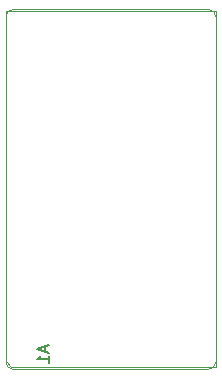
<source format=gbr>
%TF.GenerationSoftware,KiCad,Pcbnew,5.1.4-e60b266~84~ubuntu19.04.1*%
%TF.CreationDate,2020-03-14T21:30:49+00:00*%
%TF.ProjectId,ProMicro_LORA,50726f4d-6963-4726-9f5f-4c4f52412e6b,v1.1*%
%TF.SameCoordinates,Original*%
%TF.FileFunction,Other,Fab,Bot*%
%FSLAX45Y45*%
G04 Gerber Fmt 4.5, Leading zero omitted, Abs format (unit mm)*
G04 Created by KiCad (PCBNEW 5.1.4-e60b266~84~ubuntu19.04.1) date 2020-03-14 21:30:49*
%MOMM*%
%LPD*%
G04 APERTURE LIST*
%ADD10C,0.100000*%
%ADD11C,0.150000*%
G04 APERTURE END LIST*
D10*
X12573000Y-7556500D02*
G75*
G02X12636500Y-7493000I63500J0D01*
G01*
X14287500Y-7493000D02*
G75*
G02X14351000Y-7556500I0J-63500D01*
G01*
X12636500Y-7493000D02*
X14287500Y-7493000D01*
X14351000Y-10477500D02*
G75*
G02X14287500Y-10541000I-63500J0D01*
G01*
X12636500Y-10541000D02*
G75*
G02X12573000Y-10477500I0J63500D01*
G01*
X12573000Y-10477500D02*
X12573000Y-7556500D01*
X14287500Y-10541000D02*
X12636500Y-10541000D01*
X14351000Y-7556500D02*
X14351000Y-10477500D01*
X14350000Y-10524000D02*
X14350000Y-7509000D01*
X12620000Y-10524000D02*
X14350000Y-10524000D01*
X12620000Y-10524000D02*
X12573000Y-10474000D01*
X12573000Y-7509000D02*
X12573000Y-10474000D01*
X14350000Y-7509000D02*
X12573000Y-7509000D01*
D11*
X12907167Y-10342571D02*
X12907167Y-10390190D01*
X12935738Y-10333048D02*
X12835738Y-10366381D01*
X12935738Y-10399714D01*
X12935738Y-10485429D02*
X12935738Y-10428286D01*
X12935738Y-10456857D02*
X12835738Y-10456857D01*
X12850024Y-10447333D01*
X12859548Y-10437810D01*
X12864309Y-10428286D01*
M02*

</source>
